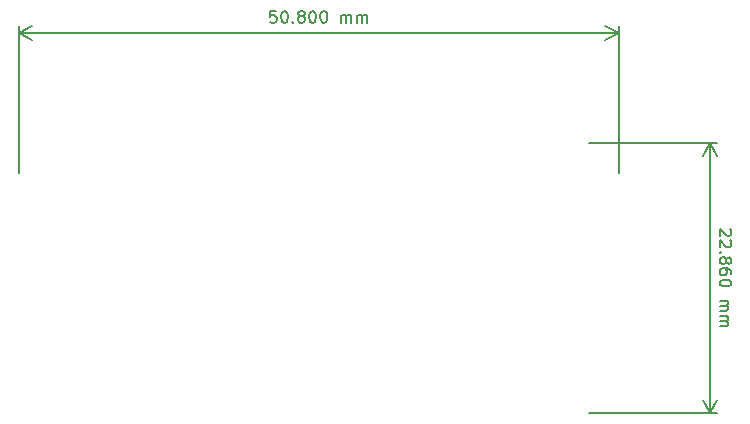
<source format=gbr>
G04 #@! TF.GenerationSoftware,KiCad,Pcbnew,(5.1.4)-1*
G04 #@! TF.CreationDate,2019-11-29T16:32:21-05:00*
G04 #@! TF.ProjectId,Feather-8bit-counter,46656174-6865-4722-9d38-6269742d636f,rev?*
G04 #@! TF.SameCoordinates,Original*
G04 #@! TF.FileFunction,Drawing*
%FSLAX46Y46*%
G04 Gerber Fmt 4.6, Leading zero omitted, Abs format (unit mm)*
G04 Created by KiCad (PCBNEW (5.1.4)-1) date 2019-11-29 16:32:21*
%MOMM*%
%LPD*%
G04 APERTURE LIST*
%ADD10C,0.150000*%
G04 APERTURE END LIST*
D10*
X160857980Y-53680242D02*
X160905600Y-53727861D01*
X160953219Y-53823100D01*
X160953219Y-54061195D01*
X160905600Y-54156433D01*
X160857980Y-54204052D01*
X160762742Y-54251671D01*
X160667504Y-54251671D01*
X160524647Y-54204052D01*
X159953219Y-53632623D01*
X159953219Y-54251671D01*
X160857980Y-54632623D02*
X160905600Y-54680242D01*
X160953219Y-54775480D01*
X160953219Y-55013576D01*
X160905600Y-55108814D01*
X160857980Y-55156433D01*
X160762742Y-55204052D01*
X160667504Y-55204052D01*
X160524647Y-55156433D01*
X159953219Y-54585004D01*
X159953219Y-55204052D01*
X160048457Y-55632623D02*
X160000838Y-55680242D01*
X159953219Y-55632623D01*
X160000838Y-55585004D01*
X160048457Y-55632623D01*
X159953219Y-55632623D01*
X160524647Y-56251671D02*
X160572266Y-56156433D01*
X160619885Y-56108814D01*
X160715123Y-56061195D01*
X160762742Y-56061195D01*
X160857980Y-56108814D01*
X160905600Y-56156433D01*
X160953219Y-56251671D01*
X160953219Y-56442147D01*
X160905600Y-56537385D01*
X160857980Y-56585004D01*
X160762742Y-56632623D01*
X160715123Y-56632623D01*
X160619885Y-56585004D01*
X160572266Y-56537385D01*
X160524647Y-56442147D01*
X160524647Y-56251671D01*
X160477028Y-56156433D01*
X160429409Y-56108814D01*
X160334171Y-56061195D01*
X160143695Y-56061195D01*
X160048457Y-56108814D01*
X160000838Y-56156433D01*
X159953219Y-56251671D01*
X159953219Y-56442147D01*
X160000838Y-56537385D01*
X160048457Y-56585004D01*
X160143695Y-56632623D01*
X160334171Y-56632623D01*
X160429409Y-56585004D01*
X160477028Y-56537385D01*
X160524647Y-56442147D01*
X160953219Y-57489766D02*
X160953219Y-57299290D01*
X160905600Y-57204052D01*
X160857980Y-57156433D01*
X160715123Y-57061195D01*
X160524647Y-57013576D01*
X160143695Y-57013576D01*
X160048457Y-57061195D01*
X160000838Y-57108814D01*
X159953219Y-57204052D01*
X159953219Y-57394528D01*
X160000838Y-57489766D01*
X160048457Y-57537385D01*
X160143695Y-57585004D01*
X160381790Y-57585004D01*
X160477028Y-57537385D01*
X160524647Y-57489766D01*
X160572266Y-57394528D01*
X160572266Y-57204052D01*
X160524647Y-57108814D01*
X160477028Y-57061195D01*
X160381790Y-57013576D01*
X160953219Y-58204052D02*
X160953219Y-58299290D01*
X160905600Y-58394528D01*
X160857980Y-58442147D01*
X160762742Y-58489766D01*
X160572266Y-58537385D01*
X160334171Y-58537385D01*
X160143695Y-58489766D01*
X160048457Y-58442147D01*
X160000838Y-58394528D01*
X159953219Y-58299290D01*
X159953219Y-58204052D01*
X160000838Y-58108814D01*
X160048457Y-58061195D01*
X160143695Y-58013576D01*
X160334171Y-57965957D01*
X160572266Y-57965957D01*
X160762742Y-58013576D01*
X160857980Y-58061195D01*
X160905600Y-58108814D01*
X160953219Y-58204052D01*
X159953219Y-59727861D02*
X160619885Y-59727861D01*
X160524647Y-59727861D02*
X160572266Y-59775480D01*
X160619885Y-59870719D01*
X160619885Y-60013576D01*
X160572266Y-60108814D01*
X160477028Y-60156433D01*
X159953219Y-60156433D01*
X160477028Y-60156433D02*
X160572266Y-60204052D01*
X160619885Y-60299290D01*
X160619885Y-60442147D01*
X160572266Y-60537385D01*
X160477028Y-60585004D01*
X159953219Y-60585004D01*
X159953219Y-61061195D02*
X160619885Y-61061195D01*
X160524647Y-61061195D02*
X160572266Y-61108814D01*
X160619885Y-61204052D01*
X160619885Y-61346909D01*
X160572266Y-61442147D01*
X160477028Y-61489766D01*
X159953219Y-61489766D01*
X160477028Y-61489766D02*
X160572266Y-61537385D01*
X160619885Y-61632623D01*
X160619885Y-61775480D01*
X160572266Y-61870719D01*
X160477028Y-61918338D01*
X159953219Y-61918338D01*
X159105600Y-46393100D02*
X159105600Y-69253100D01*
X148869400Y-46393100D02*
X159692021Y-46393100D01*
X148869400Y-69253100D02*
X159692021Y-69253100D01*
X159105600Y-69253100D02*
X158519179Y-68126596D01*
X159105600Y-69253100D02*
X159692021Y-68126596D01*
X159105600Y-46393100D02*
X158519179Y-47519604D01*
X159105600Y-46393100D02*
X159692021Y-47519604D01*
X122390352Y-35210980D02*
X121914161Y-35210980D01*
X121866542Y-35687171D01*
X121914161Y-35639552D01*
X122009400Y-35591933D01*
X122247495Y-35591933D01*
X122342733Y-35639552D01*
X122390352Y-35687171D01*
X122437971Y-35782409D01*
X122437971Y-36020504D01*
X122390352Y-36115742D01*
X122342733Y-36163361D01*
X122247495Y-36210980D01*
X122009400Y-36210980D01*
X121914161Y-36163361D01*
X121866542Y-36115742D01*
X123057019Y-35210980D02*
X123152257Y-35210980D01*
X123247495Y-35258600D01*
X123295114Y-35306219D01*
X123342733Y-35401457D01*
X123390352Y-35591933D01*
X123390352Y-35830028D01*
X123342733Y-36020504D01*
X123295114Y-36115742D01*
X123247495Y-36163361D01*
X123152257Y-36210980D01*
X123057019Y-36210980D01*
X122961780Y-36163361D01*
X122914161Y-36115742D01*
X122866542Y-36020504D01*
X122818923Y-35830028D01*
X122818923Y-35591933D01*
X122866542Y-35401457D01*
X122914161Y-35306219D01*
X122961780Y-35258600D01*
X123057019Y-35210980D01*
X123818923Y-36115742D02*
X123866542Y-36163361D01*
X123818923Y-36210980D01*
X123771304Y-36163361D01*
X123818923Y-36115742D01*
X123818923Y-36210980D01*
X124437971Y-35639552D02*
X124342733Y-35591933D01*
X124295114Y-35544314D01*
X124247495Y-35449076D01*
X124247495Y-35401457D01*
X124295114Y-35306219D01*
X124342733Y-35258600D01*
X124437971Y-35210980D01*
X124628447Y-35210980D01*
X124723685Y-35258600D01*
X124771304Y-35306219D01*
X124818923Y-35401457D01*
X124818923Y-35449076D01*
X124771304Y-35544314D01*
X124723685Y-35591933D01*
X124628447Y-35639552D01*
X124437971Y-35639552D01*
X124342733Y-35687171D01*
X124295114Y-35734790D01*
X124247495Y-35830028D01*
X124247495Y-36020504D01*
X124295114Y-36115742D01*
X124342733Y-36163361D01*
X124437971Y-36210980D01*
X124628447Y-36210980D01*
X124723685Y-36163361D01*
X124771304Y-36115742D01*
X124818923Y-36020504D01*
X124818923Y-35830028D01*
X124771304Y-35734790D01*
X124723685Y-35687171D01*
X124628447Y-35639552D01*
X125437971Y-35210980D02*
X125533209Y-35210980D01*
X125628447Y-35258600D01*
X125676066Y-35306219D01*
X125723685Y-35401457D01*
X125771304Y-35591933D01*
X125771304Y-35830028D01*
X125723685Y-36020504D01*
X125676066Y-36115742D01*
X125628447Y-36163361D01*
X125533209Y-36210980D01*
X125437971Y-36210980D01*
X125342733Y-36163361D01*
X125295114Y-36115742D01*
X125247495Y-36020504D01*
X125199876Y-35830028D01*
X125199876Y-35591933D01*
X125247495Y-35401457D01*
X125295114Y-35306219D01*
X125342733Y-35258600D01*
X125437971Y-35210980D01*
X126390352Y-35210980D02*
X126485590Y-35210980D01*
X126580828Y-35258600D01*
X126628447Y-35306219D01*
X126676066Y-35401457D01*
X126723685Y-35591933D01*
X126723685Y-35830028D01*
X126676066Y-36020504D01*
X126628447Y-36115742D01*
X126580828Y-36163361D01*
X126485590Y-36210980D01*
X126390352Y-36210980D01*
X126295114Y-36163361D01*
X126247495Y-36115742D01*
X126199876Y-36020504D01*
X126152257Y-35830028D01*
X126152257Y-35591933D01*
X126199876Y-35401457D01*
X126247495Y-35306219D01*
X126295114Y-35258600D01*
X126390352Y-35210980D01*
X127914161Y-36210980D02*
X127914161Y-35544314D01*
X127914161Y-35639552D02*
X127961780Y-35591933D01*
X128057019Y-35544314D01*
X128199876Y-35544314D01*
X128295114Y-35591933D01*
X128342733Y-35687171D01*
X128342733Y-36210980D01*
X128342733Y-35687171D02*
X128390352Y-35591933D01*
X128485590Y-35544314D01*
X128628447Y-35544314D01*
X128723685Y-35591933D01*
X128771304Y-35687171D01*
X128771304Y-36210980D01*
X129247495Y-36210980D02*
X129247495Y-35544314D01*
X129247495Y-35639552D02*
X129295114Y-35591933D01*
X129390352Y-35544314D01*
X129533209Y-35544314D01*
X129628447Y-35591933D01*
X129676066Y-35687171D01*
X129676066Y-36210980D01*
X129676066Y-35687171D02*
X129723685Y-35591933D01*
X129818923Y-35544314D01*
X129961780Y-35544314D01*
X130057019Y-35591933D01*
X130104638Y-35687171D01*
X130104638Y-36210980D01*
X151409400Y-37058600D02*
X100609400Y-37058600D01*
X151409400Y-48933100D02*
X151409400Y-36472179D01*
X100609400Y-48933100D02*
X100609400Y-36472179D01*
X100609400Y-37058600D02*
X101735904Y-36472179D01*
X100609400Y-37058600D02*
X101735904Y-37645021D01*
X151409400Y-37058600D02*
X150282896Y-36472179D01*
X151409400Y-37058600D02*
X150282896Y-37645021D01*
M02*

</source>
